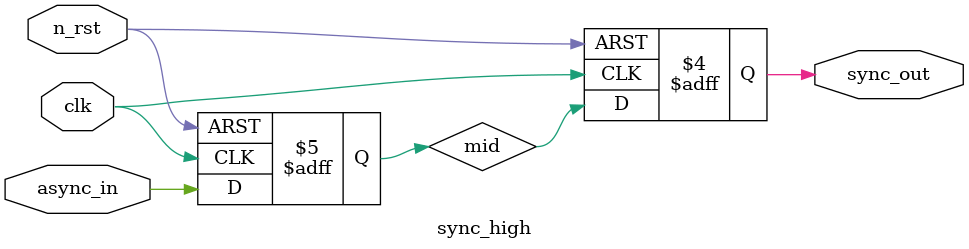
<source format=sv>
module sync_high
(
	input wire clk,
	input wire n_rst,
	input wire async_in,
	output reg sync_out
);

reg mid = 1'b1;
always_ff @ (posedge clk, negedge n_rst)
begin
	if (1'b0 == n_rst)
	begin
		sync_out <= 1'b1;
		mid <= 1'b1;
	end
	else
	begin
		mid <= async_in;
		sync_out <= mid;
	end
end
endmodule 
</source>
